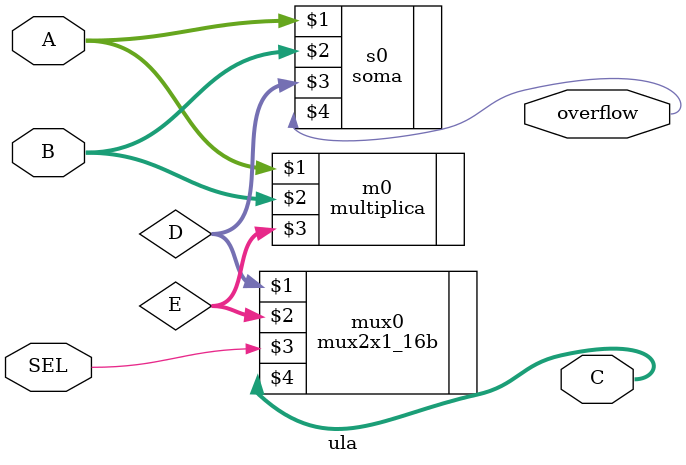
<source format=v>
`include "soma.v"
`include "multiplica.v"

module ula(        
    input [15:0] A,B,
    input [0:0] SEL,
    output [15:0] C,
    output [0:0] overflow
);
    wire [15:0] D,E;
    wire [0:0] F,G;
    soma s0(A,B,D,overflow);
    multiplica m0(A,B,E);
    mux2x1_16b mux0(D,E,SEL,C);
endmodule

</source>
